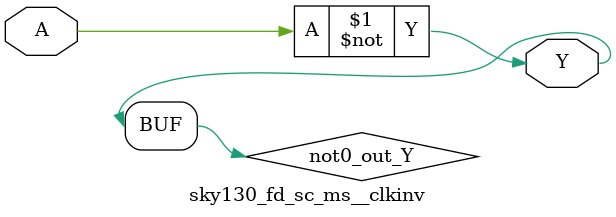
<source format=v>
/*
 * Copyright 2020 The SkyWater PDK Authors
 *
 * Licensed under the Apache License, Version 2.0 (the "License");
 * you may not use this file except in compliance with the License.
 * You may obtain a copy of the License at
 *
 *     https://www.apache.org/licenses/LICENSE-2.0
 *
 * Unless required by applicable law or agreed to in writing, software
 * distributed under the License is distributed on an "AS IS" BASIS,
 * WITHOUT WARRANTIES OR CONDITIONS OF ANY KIND, either express or implied.
 * See the License for the specific language governing permissions and
 * limitations under the License.
 *
 * SPDX-License-Identifier: Apache-2.0
*/


`ifndef SKY130_FD_SC_MS__CLKINV_FUNCTIONAL_V
`define SKY130_FD_SC_MS__CLKINV_FUNCTIONAL_V

/**
 * clkinv: Clock tree inverter.
 *
 * Verilog simulation functional model.
 */

`timescale 1ns / 1ps
`default_nettype none

`celldefine
module sky130_fd_sc_ms__clkinv (
    Y,
    A
);

    // Module ports
    output Y;
    input  A;

    // Local signals
    wire not0_out_Y;

    //  Name  Output      Other arguments
    not not0 (not0_out_Y, A              );
    buf buf0 (Y         , not0_out_Y     );

endmodule
`endcelldefine

`default_nettype wire
`endif  // SKY130_FD_SC_MS__CLKINV_FUNCTIONAL_V
</source>
